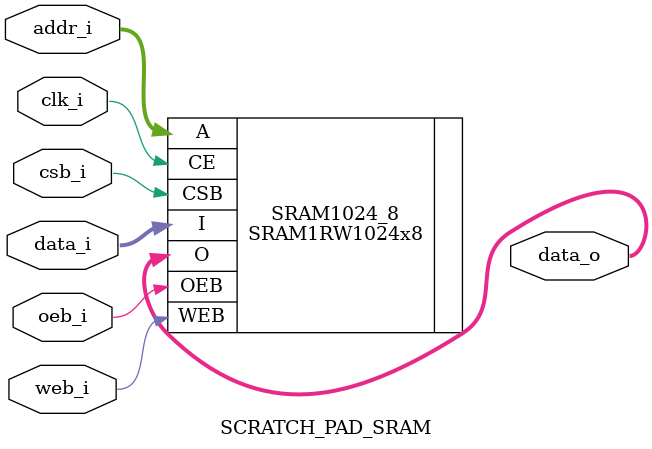
<source format=sv>

module SCRATCH_PAD_SRAM #(
    parameter DWidth = 8,
    parameter Depth  = 1024,
    localparam Index = $clog2(Depth)
)(
    input   logic                   clk_i,
    input   logic                   csb_i,
    input   logic                   oeb_i,
    input   logic                   web_i,
    input   logic   [Index-1:0]     addr_i,
    input   logic   [DWidth-1:0]    data_i,
    output  logic   [DWidth-1:0]    data_o
);

    SRAM1RW1024x8 SRAM1024_8(
        .CE                         (clk_i),
        .CSB                        (csb_i),
        .WEB                        (web_i),
        .OEB                        (oeb_i),
        .A                          (addr_i),
        .I                          (data_i[DWidth-1:0]),
        .O                          (data_o[DWidth-1:0])
    );

endmodule
</source>
